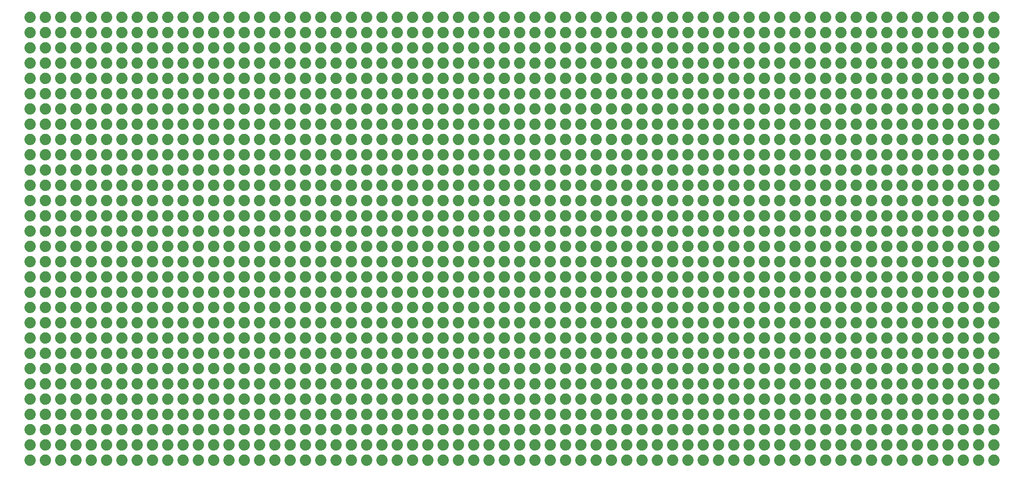
<source format=gbl>
G75*
%MOIN*%
%OFA0B0*%
%FSLAX25Y25*%
%IPPOS*%
%LPD*%
%AMOC8*
5,1,8,0,0,1.08239X$1,22.5*
%
%ADD10C,0.07400*%
D10*
X0020324Y0067430D03*
X0030324Y0067430D03*
X0040324Y0067430D03*
X0050324Y0067430D03*
X0060324Y0067430D03*
X0070324Y0067430D03*
X0080324Y0067430D03*
X0090324Y0067430D03*
X0100324Y0067430D03*
X0110324Y0067430D03*
X0120324Y0067430D03*
X0130324Y0067430D03*
X0140324Y0067430D03*
X0150324Y0067430D03*
X0160324Y0067430D03*
X0170324Y0067430D03*
X0180324Y0067430D03*
X0190324Y0067430D03*
X0200324Y0067430D03*
X0210324Y0067430D03*
X0220324Y0067430D03*
X0230324Y0067430D03*
X0240324Y0067430D03*
X0250324Y0067430D03*
X0260324Y0067430D03*
X0270324Y0067430D03*
X0280324Y0067430D03*
X0290324Y0067430D03*
X0300324Y0067430D03*
X0310324Y0067430D03*
X0320324Y0067430D03*
X0330324Y0067430D03*
X0340324Y0067430D03*
X0350324Y0067430D03*
X0360324Y0067430D03*
X0370324Y0067430D03*
X0380324Y0067430D03*
X0390324Y0067430D03*
X0400324Y0067430D03*
X0410324Y0067430D03*
X0420324Y0067430D03*
X0430324Y0067430D03*
X0440324Y0067430D03*
X0450324Y0067430D03*
X0460324Y0067430D03*
X0470324Y0067430D03*
X0480324Y0067430D03*
X0490324Y0067430D03*
X0500324Y0067430D03*
X0510324Y0067430D03*
X0520324Y0067430D03*
X0530324Y0067430D03*
X0540324Y0067430D03*
X0550324Y0067430D03*
X0560324Y0067430D03*
X0570324Y0067430D03*
X0580324Y0067430D03*
X0590324Y0067430D03*
X0600324Y0067430D03*
X0610324Y0067430D03*
X0620324Y0067430D03*
X0630324Y0067430D03*
X0640324Y0067430D03*
X0650324Y0067430D03*
X0650324Y0077430D03*
X0640324Y0077430D03*
X0630324Y0077430D03*
X0620324Y0077430D03*
X0610324Y0077430D03*
X0600324Y0077430D03*
X0590324Y0077430D03*
X0580324Y0077430D03*
X0570324Y0077430D03*
X0560324Y0077430D03*
X0550324Y0077430D03*
X0540324Y0077430D03*
X0530324Y0077430D03*
X0520324Y0077430D03*
X0510324Y0077430D03*
X0500324Y0077430D03*
X0490324Y0077430D03*
X0480324Y0077430D03*
X0470324Y0077430D03*
X0460324Y0077430D03*
X0450324Y0077430D03*
X0440324Y0077430D03*
X0430324Y0077430D03*
X0420324Y0077430D03*
X0410324Y0077430D03*
X0400324Y0077430D03*
X0390324Y0077430D03*
X0380324Y0077430D03*
X0370324Y0077430D03*
X0360324Y0077430D03*
X0350324Y0077430D03*
X0340324Y0077430D03*
X0330324Y0077430D03*
X0320324Y0077430D03*
X0310324Y0077430D03*
X0300324Y0077430D03*
X0290324Y0077430D03*
X0280324Y0077430D03*
X0270324Y0077430D03*
X0260324Y0077430D03*
X0250324Y0077430D03*
X0240324Y0077430D03*
X0230324Y0077430D03*
X0220324Y0077430D03*
X0210324Y0077430D03*
X0200324Y0077430D03*
X0190324Y0077430D03*
X0180324Y0077430D03*
X0170324Y0077430D03*
X0160324Y0077430D03*
X0150324Y0077430D03*
X0140324Y0077430D03*
X0130324Y0077430D03*
X0120324Y0077430D03*
X0110324Y0077430D03*
X0100324Y0077430D03*
X0090324Y0077430D03*
X0080324Y0077430D03*
X0070324Y0077430D03*
X0060324Y0077430D03*
X0050324Y0077430D03*
X0040324Y0077430D03*
X0030324Y0077430D03*
X0020324Y0077430D03*
X0020324Y0087430D03*
X0030324Y0087430D03*
X0030324Y0097430D03*
X0020324Y0097430D03*
X0020324Y0107430D03*
X0030324Y0107430D03*
X0030324Y0117430D03*
X0020324Y0117430D03*
X0020324Y0127430D03*
X0030324Y0127430D03*
X0040324Y0127430D03*
X0050324Y0127430D03*
X0050324Y0117430D03*
X0040324Y0117430D03*
X0040324Y0107430D03*
X0050324Y0107430D03*
X0060324Y0107430D03*
X0070324Y0107430D03*
X0080324Y0107430D03*
X0080324Y0117430D03*
X0070324Y0117430D03*
X0060324Y0117430D03*
X0060324Y0127430D03*
X0070324Y0127430D03*
X0080324Y0127430D03*
X0090324Y0127430D03*
X0100324Y0127430D03*
X0100324Y0117430D03*
X0090324Y0117430D03*
X0090324Y0107430D03*
X0100324Y0107430D03*
X0110324Y0107430D03*
X0120324Y0107430D03*
X0120324Y0117430D03*
X0110324Y0117430D03*
X0110324Y0127430D03*
X0120324Y0127430D03*
X0130324Y0127430D03*
X0140324Y0127430D03*
X0140324Y0117430D03*
X0130324Y0117430D03*
X0130324Y0107430D03*
X0140324Y0107430D03*
X0150324Y0107430D03*
X0160324Y0107430D03*
X0160324Y0117430D03*
X0150324Y0117430D03*
X0150324Y0127430D03*
X0160324Y0127430D03*
X0170324Y0127430D03*
X0180324Y0127430D03*
X0180324Y0117430D03*
X0170324Y0117430D03*
X0170324Y0107430D03*
X0180324Y0107430D03*
X0190324Y0107430D03*
X0200324Y0107430D03*
X0200324Y0117430D03*
X0190324Y0117430D03*
X0190324Y0127430D03*
X0200324Y0127430D03*
X0210324Y0127430D03*
X0220324Y0127430D03*
X0220324Y0117430D03*
X0210324Y0117430D03*
X0210324Y0107430D03*
X0220324Y0107430D03*
X0230324Y0107430D03*
X0240324Y0107430D03*
X0240324Y0117430D03*
X0230324Y0117430D03*
X0230324Y0127430D03*
X0240324Y0127430D03*
X0250324Y0127430D03*
X0260324Y0127430D03*
X0260324Y0117430D03*
X0250324Y0117430D03*
X0250324Y0107430D03*
X0260324Y0107430D03*
X0270324Y0107430D03*
X0280324Y0107430D03*
X0280324Y0117430D03*
X0270324Y0117430D03*
X0270324Y0127430D03*
X0280324Y0127430D03*
X0290324Y0127430D03*
X0300324Y0127430D03*
X0300324Y0117430D03*
X0290324Y0117430D03*
X0290324Y0107430D03*
X0300324Y0107430D03*
X0310324Y0107430D03*
X0320324Y0107430D03*
X0320324Y0117430D03*
X0310324Y0117430D03*
X0310324Y0127430D03*
X0320324Y0127430D03*
X0330324Y0127430D03*
X0340324Y0127430D03*
X0340324Y0117430D03*
X0330324Y0117430D03*
X0330324Y0107430D03*
X0340324Y0107430D03*
X0350324Y0107430D03*
X0360324Y0107430D03*
X0360324Y0117430D03*
X0350324Y0117430D03*
X0350324Y0127430D03*
X0360324Y0127430D03*
X0370324Y0127430D03*
X0380324Y0127430D03*
X0380324Y0117430D03*
X0370324Y0117430D03*
X0370324Y0107430D03*
X0380324Y0107430D03*
X0390324Y0107430D03*
X0400324Y0107430D03*
X0400324Y0117430D03*
X0390324Y0117430D03*
X0390324Y0127430D03*
X0400324Y0127430D03*
X0410324Y0127430D03*
X0420324Y0127430D03*
X0420324Y0117430D03*
X0410324Y0117430D03*
X0410324Y0107430D03*
X0420324Y0107430D03*
X0430324Y0107430D03*
X0440324Y0107430D03*
X0440324Y0117430D03*
X0430324Y0117430D03*
X0430324Y0127430D03*
X0440324Y0127430D03*
X0450324Y0127430D03*
X0460324Y0127430D03*
X0460324Y0117430D03*
X0450324Y0117430D03*
X0450324Y0107430D03*
X0460324Y0107430D03*
X0470324Y0107430D03*
X0480324Y0107430D03*
X0480324Y0117430D03*
X0470324Y0117430D03*
X0470324Y0127430D03*
X0480324Y0127430D03*
X0490324Y0127430D03*
X0500324Y0127430D03*
X0500324Y0117430D03*
X0490324Y0117430D03*
X0490324Y0107430D03*
X0500324Y0107430D03*
X0510324Y0107430D03*
X0520324Y0107430D03*
X0520324Y0117430D03*
X0510324Y0117430D03*
X0510324Y0127430D03*
X0520324Y0127430D03*
X0530324Y0127430D03*
X0540324Y0127430D03*
X0540324Y0117430D03*
X0530324Y0117430D03*
X0530324Y0107430D03*
X0540324Y0107430D03*
X0550324Y0107430D03*
X0560324Y0107430D03*
X0560324Y0117430D03*
X0550324Y0117430D03*
X0550324Y0127430D03*
X0560324Y0127430D03*
X0570324Y0127430D03*
X0580324Y0127430D03*
X0580324Y0117430D03*
X0570324Y0117430D03*
X0570324Y0107430D03*
X0580324Y0107430D03*
X0590324Y0107430D03*
X0600324Y0107430D03*
X0600324Y0117430D03*
X0590324Y0117430D03*
X0590324Y0127430D03*
X0600324Y0127430D03*
X0610324Y0127430D03*
X0620324Y0127430D03*
X0620324Y0117430D03*
X0610324Y0117430D03*
X0610324Y0107430D03*
X0620324Y0107430D03*
X0630324Y0107430D03*
X0640324Y0107430D03*
X0640324Y0117430D03*
X0630324Y0117430D03*
X0630324Y0127430D03*
X0640324Y0127430D03*
X0650324Y0127430D03*
X0650324Y0117430D03*
X0650324Y0107430D03*
X0650324Y0097430D03*
X0640324Y0097430D03*
X0630324Y0097430D03*
X0620324Y0097430D03*
X0610324Y0097430D03*
X0600324Y0097430D03*
X0590324Y0097430D03*
X0580324Y0097430D03*
X0570324Y0097430D03*
X0560324Y0097430D03*
X0550324Y0097430D03*
X0540324Y0097430D03*
X0530324Y0097430D03*
X0520324Y0097430D03*
X0510324Y0097430D03*
X0500324Y0097430D03*
X0490324Y0097430D03*
X0480324Y0097430D03*
X0470324Y0097430D03*
X0460324Y0097430D03*
X0450324Y0097430D03*
X0440324Y0097430D03*
X0430324Y0097430D03*
X0420324Y0097430D03*
X0410324Y0097430D03*
X0400324Y0097430D03*
X0390324Y0097430D03*
X0380324Y0097430D03*
X0370324Y0097430D03*
X0360324Y0097430D03*
X0350324Y0097430D03*
X0340324Y0097430D03*
X0330324Y0097430D03*
X0320324Y0097430D03*
X0310324Y0097430D03*
X0300324Y0097430D03*
X0290324Y0097430D03*
X0280324Y0097430D03*
X0270324Y0097430D03*
X0260324Y0097430D03*
X0250324Y0097430D03*
X0240324Y0097430D03*
X0230324Y0097430D03*
X0220324Y0097430D03*
X0210324Y0097430D03*
X0200324Y0097430D03*
X0190324Y0097430D03*
X0180324Y0097430D03*
X0170324Y0097430D03*
X0160324Y0097430D03*
X0150324Y0097430D03*
X0140324Y0097430D03*
X0130324Y0097430D03*
X0120324Y0097430D03*
X0110324Y0097430D03*
X0100324Y0097430D03*
X0090324Y0097430D03*
X0080324Y0097430D03*
X0070324Y0097430D03*
X0060324Y0097430D03*
X0050324Y0097430D03*
X0040324Y0097430D03*
X0040324Y0087430D03*
X0050324Y0087430D03*
X0060324Y0087430D03*
X0070324Y0087430D03*
X0080324Y0087430D03*
X0090324Y0087430D03*
X0100324Y0087430D03*
X0110324Y0087430D03*
X0120324Y0087430D03*
X0130324Y0087430D03*
X0140324Y0087430D03*
X0150324Y0087430D03*
X0160324Y0087430D03*
X0170324Y0087430D03*
X0180324Y0087430D03*
X0190324Y0087430D03*
X0200324Y0087430D03*
X0210324Y0087430D03*
X0220324Y0087430D03*
X0230324Y0087430D03*
X0240324Y0087430D03*
X0250324Y0087430D03*
X0260324Y0087430D03*
X0270324Y0087430D03*
X0280324Y0087430D03*
X0290324Y0087430D03*
X0300324Y0087430D03*
X0310324Y0087430D03*
X0320324Y0087430D03*
X0330324Y0087430D03*
X0340324Y0087430D03*
X0350324Y0087430D03*
X0360324Y0087430D03*
X0370324Y0087430D03*
X0380324Y0087430D03*
X0390324Y0087430D03*
X0400324Y0087430D03*
X0410324Y0087430D03*
X0420324Y0087430D03*
X0430324Y0087430D03*
X0440324Y0087430D03*
X0450324Y0087430D03*
X0460324Y0087430D03*
X0470324Y0087430D03*
X0480324Y0087430D03*
X0490324Y0087430D03*
X0500324Y0087430D03*
X0510324Y0087430D03*
X0520324Y0087430D03*
X0530324Y0087430D03*
X0540324Y0087430D03*
X0550324Y0087430D03*
X0560324Y0087430D03*
X0570324Y0087430D03*
X0580324Y0087430D03*
X0590324Y0087430D03*
X0600324Y0087430D03*
X0610324Y0087430D03*
X0620324Y0087430D03*
X0630324Y0087430D03*
X0640324Y0087430D03*
X0650324Y0087430D03*
X0650324Y0137430D03*
X0640324Y0137430D03*
X0630324Y0137430D03*
X0620324Y0137430D03*
X0610324Y0137430D03*
X0600324Y0137430D03*
X0590324Y0137430D03*
X0580324Y0137430D03*
X0570324Y0137430D03*
X0560324Y0137430D03*
X0550324Y0137430D03*
X0540324Y0137430D03*
X0530324Y0137430D03*
X0520324Y0137430D03*
X0510324Y0137430D03*
X0500324Y0137430D03*
X0490324Y0137430D03*
X0480324Y0137430D03*
X0470324Y0137430D03*
X0460324Y0137430D03*
X0450324Y0137430D03*
X0440324Y0137430D03*
X0430324Y0137430D03*
X0420324Y0137430D03*
X0410324Y0137430D03*
X0400324Y0137430D03*
X0390324Y0137430D03*
X0380324Y0137430D03*
X0370324Y0137430D03*
X0360324Y0137430D03*
X0350324Y0137430D03*
X0340324Y0137430D03*
X0330324Y0137430D03*
X0320324Y0137430D03*
X0310324Y0137430D03*
X0300324Y0137430D03*
X0290324Y0137430D03*
X0280324Y0137430D03*
X0270324Y0137430D03*
X0260324Y0137430D03*
X0250324Y0137430D03*
X0240324Y0137430D03*
X0230324Y0137430D03*
X0220324Y0137430D03*
X0210324Y0137430D03*
X0200324Y0137430D03*
X0190324Y0137430D03*
X0180324Y0137430D03*
X0170324Y0137430D03*
X0160324Y0137430D03*
X0150324Y0137430D03*
X0140324Y0137430D03*
X0130324Y0137430D03*
X0120324Y0137430D03*
X0110324Y0137430D03*
X0100324Y0137430D03*
X0090324Y0137430D03*
X0080324Y0137430D03*
X0070324Y0137430D03*
X0060324Y0137430D03*
X0050324Y0137430D03*
X0040324Y0137430D03*
X0030324Y0137430D03*
X0020324Y0137430D03*
X0020324Y0147430D03*
X0030324Y0147430D03*
X0040324Y0147430D03*
X0050324Y0147430D03*
X0060324Y0147430D03*
X0070324Y0147430D03*
X0080324Y0147430D03*
X0090324Y0147430D03*
X0100324Y0147430D03*
X0110324Y0147430D03*
X0120324Y0147430D03*
X0130324Y0147430D03*
X0140324Y0147430D03*
X0150324Y0147430D03*
X0160324Y0147430D03*
X0170324Y0147430D03*
X0180324Y0147430D03*
X0190324Y0147430D03*
X0200324Y0147430D03*
X0210324Y0147430D03*
X0220324Y0147430D03*
X0230324Y0147430D03*
X0240324Y0147430D03*
X0250324Y0147430D03*
X0260324Y0147430D03*
X0270324Y0147430D03*
X0280324Y0147430D03*
X0290324Y0147430D03*
X0300324Y0147430D03*
X0310324Y0147430D03*
X0320324Y0147430D03*
X0330324Y0147430D03*
X0340324Y0147430D03*
X0350324Y0147430D03*
X0360324Y0147430D03*
X0370324Y0147430D03*
X0380324Y0147430D03*
X0390324Y0147430D03*
X0400324Y0147430D03*
X0410324Y0147430D03*
X0420324Y0147430D03*
X0430324Y0147430D03*
X0440324Y0147430D03*
X0450324Y0147430D03*
X0460324Y0147430D03*
X0470324Y0147430D03*
X0480324Y0147430D03*
X0490324Y0147430D03*
X0500324Y0147430D03*
X0510324Y0147430D03*
X0520324Y0147430D03*
X0530324Y0147430D03*
X0540324Y0147430D03*
X0550324Y0147430D03*
X0560324Y0147430D03*
X0570324Y0147430D03*
X0580324Y0147430D03*
X0590324Y0147430D03*
X0600324Y0147430D03*
X0610324Y0147430D03*
X0620324Y0147430D03*
X0630324Y0147430D03*
X0640324Y0147430D03*
X0650324Y0147430D03*
X0650324Y0157430D03*
X0640324Y0157430D03*
X0630324Y0157430D03*
X0620324Y0157430D03*
X0610324Y0157430D03*
X0600324Y0157430D03*
X0590324Y0157430D03*
X0580324Y0157430D03*
X0570324Y0157430D03*
X0560324Y0157430D03*
X0550324Y0157430D03*
X0540324Y0157430D03*
X0530324Y0157430D03*
X0520324Y0157430D03*
X0510324Y0157430D03*
X0500324Y0157430D03*
X0490324Y0157430D03*
X0480324Y0157430D03*
X0470324Y0157430D03*
X0460324Y0157430D03*
X0450324Y0157430D03*
X0440324Y0157430D03*
X0430324Y0157430D03*
X0420324Y0157430D03*
X0410324Y0157430D03*
X0400324Y0157430D03*
X0390324Y0157430D03*
X0380324Y0157430D03*
X0370324Y0157430D03*
X0360324Y0157430D03*
X0350324Y0157430D03*
X0340324Y0157430D03*
X0330324Y0157430D03*
X0320324Y0157430D03*
X0310324Y0157430D03*
X0300324Y0157430D03*
X0290324Y0157430D03*
X0280324Y0157430D03*
X0270324Y0157430D03*
X0260324Y0157430D03*
X0250324Y0157430D03*
X0240324Y0157430D03*
X0230324Y0157430D03*
X0220324Y0157430D03*
X0210324Y0157430D03*
X0200324Y0157430D03*
X0190324Y0157430D03*
X0180324Y0157430D03*
X0170324Y0157430D03*
X0160324Y0157430D03*
X0150324Y0157430D03*
X0140324Y0157430D03*
X0130324Y0157430D03*
X0120324Y0157430D03*
X0110324Y0157430D03*
X0100324Y0157430D03*
X0090324Y0157430D03*
X0080324Y0157430D03*
X0070324Y0157430D03*
X0060324Y0157430D03*
X0050324Y0157430D03*
X0040324Y0157430D03*
X0030324Y0157430D03*
X0020324Y0157430D03*
X0020324Y0167430D03*
X0030324Y0167430D03*
X0030324Y0177430D03*
X0020324Y0177430D03*
X0020324Y0187430D03*
X0030324Y0187430D03*
X0030324Y0197430D03*
X0020324Y0197430D03*
X0020324Y0207430D03*
X0030324Y0207430D03*
X0040324Y0207430D03*
X0050324Y0207430D03*
X0050324Y0197430D03*
X0040324Y0197430D03*
X0040324Y0187430D03*
X0050324Y0187430D03*
X0060324Y0187430D03*
X0070324Y0187430D03*
X0080324Y0187430D03*
X0080324Y0197430D03*
X0070324Y0197430D03*
X0060324Y0197430D03*
X0060324Y0207430D03*
X0070324Y0207430D03*
X0080324Y0207430D03*
X0090324Y0207430D03*
X0100324Y0207430D03*
X0100324Y0197430D03*
X0090324Y0197430D03*
X0090324Y0187430D03*
X0100324Y0187430D03*
X0110324Y0187430D03*
X0120324Y0187430D03*
X0120324Y0197430D03*
X0110324Y0197430D03*
X0110324Y0207430D03*
X0120324Y0207430D03*
X0130324Y0207430D03*
X0140324Y0207430D03*
X0140324Y0197430D03*
X0130324Y0197430D03*
X0130324Y0187430D03*
X0140324Y0187430D03*
X0150324Y0187430D03*
X0160324Y0187430D03*
X0160324Y0197430D03*
X0150324Y0197430D03*
X0150324Y0207430D03*
X0160324Y0207430D03*
X0170324Y0207430D03*
X0180324Y0207430D03*
X0180324Y0197430D03*
X0170324Y0197430D03*
X0170324Y0187430D03*
X0180324Y0187430D03*
X0190324Y0187430D03*
X0200324Y0187430D03*
X0200324Y0197430D03*
X0190324Y0197430D03*
X0190324Y0207430D03*
X0200324Y0207430D03*
X0210324Y0207430D03*
X0220324Y0207430D03*
X0220324Y0197430D03*
X0210324Y0197430D03*
X0210324Y0187430D03*
X0220324Y0187430D03*
X0230324Y0187430D03*
X0240324Y0187430D03*
X0240324Y0197430D03*
X0230324Y0197430D03*
X0230324Y0207430D03*
X0240324Y0207430D03*
X0250324Y0207430D03*
X0260324Y0207430D03*
X0260324Y0197430D03*
X0250324Y0197430D03*
X0250324Y0187430D03*
X0260324Y0187430D03*
X0270324Y0187430D03*
X0280324Y0187430D03*
X0280324Y0197430D03*
X0270324Y0197430D03*
X0270324Y0207430D03*
X0280324Y0207430D03*
X0290324Y0207430D03*
X0300324Y0207430D03*
X0300324Y0197430D03*
X0290324Y0197430D03*
X0290324Y0187430D03*
X0300324Y0187430D03*
X0310324Y0187430D03*
X0320324Y0187430D03*
X0320324Y0197430D03*
X0310324Y0197430D03*
X0310324Y0207430D03*
X0320324Y0207430D03*
X0330324Y0207430D03*
X0340324Y0207430D03*
X0340324Y0197430D03*
X0330324Y0197430D03*
X0330324Y0187430D03*
X0340324Y0187430D03*
X0350324Y0187430D03*
X0360324Y0187430D03*
X0360324Y0197430D03*
X0350324Y0197430D03*
X0350324Y0207430D03*
X0360324Y0207430D03*
X0370324Y0207430D03*
X0380324Y0207430D03*
X0380324Y0197430D03*
X0370324Y0197430D03*
X0370324Y0187430D03*
X0380324Y0187430D03*
X0390324Y0187430D03*
X0400324Y0187430D03*
X0400324Y0197430D03*
X0390324Y0197430D03*
X0390324Y0207430D03*
X0400324Y0207430D03*
X0410324Y0207430D03*
X0420324Y0207430D03*
X0420324Y0197430D03*
X0410324Y0197430D03*
X0410324Y0187430D03*
X0420324Y0187430D03*
X0430324Y0187430D03*
X0440324Y0187430D03*
X0440324Y0197430D03*
X0430324Y0197430D03*
X0430324Y0207430D03*
X0440324Y0207430D03*
X0450324Y0207430D03*
X0460324Y0207430D03*
X0460324Y0197430D03*
X0450324Y0197430D03*
X0450324Y0187430D03*
X0460324Y0187430D03*
X0470324Y0187430D03*
X0480324Y0187430D03*
X0480324Y0197430D03*
X0470324Y0197430D03*
X0470324Y0207430D03*
X0480324Y0207430D03*
X0490324Y0207430D03*
X0500324Y0207430D03*
X0500324Y0197430D03*
X0490324Y0197430D03*
X0490324Y0187430D03*
X0500324Y0187430D03*
X0510324Y0187430D03*
X0520324Y0187430D03*
X0520324Y0197430D03*
X0510324Y0197430D03*
X0510324Y0207430D03*
X0520324Y0207430D03*
X0530324Y0207430D03*
X0540324Y0207430D03*
X0540324Y0197430D03*
X0530324Y0197430D03*
X0530324Y0187430D03*
X0540324Y0187430D03*
X0550324Y0187430D03*
X0560324Y0187430D03*
X0560324Y0197430D03*
X0550324Y0197430D03*
X0550324Y0207430D03*
X0560324Y0207430D03*
X0570324Y0207430D03*
X0580324Y0207430D03*
X0580324Y0197430D03*
X0570324Y0197430D03*
X0570324Y0187430D03*
X0580324Y0187430D03*
X0590324Y0187430D03*
X0600324Y0187430D03*
X0600324Y0197430D03*
X0590324Y0197430D03*
X0590324Y0207430D03*
X0600324Y0207430D03*
X0610324Y0207430D03*
X0620324Y0207430D03*
X0620324Y0197430D03*
X0610324Y0197430D03*
X0610324Y0187430D03*
X0620324Y0187430D03*
X0630324Y0187430D03*
X0640324Y0187430D03*
X0640324Y0197430D03*
X0630324Y0197430D03*
X0630324Y0207430D03*
X0640324Y0207430D03*
X0650324Y0207430D03*
X0650324Y0197430D03*
X0650324Y0187430D03*
X0650324Y0177430D03*
X0640324Y0177430D03*
X0630324Y0177430D03*
X0620324Y0177430D03*
X0610324Y0177430D03*
X0600324Y0177430D03*
X0590324Y0177430D03*
X0580324Y0177430D03*
X0570324Y0177430D03*
X0560324Y0177430D03*
X0550324Y0177430D03*
X0540324Y0177430D03*
X0530324Y0177430D03*
X0520324Y0177430D03*
X0510324Y0177430D03*
X0500324Y0177430D03*
X0490324Y0177430D03*
X0480324Y0177430D03*
X0470324Y0177430D03*
X0460324Y0177430D03*
X0450324Y0177430D03*
X0440324Y0177430D03*
X0430324Y0177430D03*
X0420324Y0177430D03*
X0410324Y0177430D03*
X0400324Y0177430D03*
X0390324Y0177430D03*
X0380324Y0177430D03*
X0370324Y0177430D03*
X0360324Y0177430D03*
X0350324Y0177430D03*
X0340324Y0177430D03*
X0330324Y0177430D03*
X0320324Y0177430D03*
X0310324Y0177430D03*
X0300324Y0177430D03*
X0290324Y0177430D03*
X0280324Y0177430D03*
X0270324Y0177430D03*
X0260324Y0177430D03*
X0250324Y0177430D03*
X0240324Y0177430D03*
X0230324Y0177430D03*
X0220324Y0177430D03*
X0210324Y0177430D03*
X0200324Y0177430D03*
X0190324Y0177430D03*
X0180324Y0177430D03*
X0170324Y0177430D03*
X0160324Y0177430D03*
X0150324Y0177430D03*
X0140324Y0177430D03*
X0130324Y0177430D03*
X0120324Y0177430D03*
X0110324Y0177430D03*
X0100324Y0177430D03*
X0090324Y0177430D03*
X0080324Y0177430D03*
X0070324Y0177430D03*
X0060324Y0177430D03*
X0050324Y0177430D03*
X0040324Y0177430D03*
X0040324Y0167430D03*
X0050324Y0167430D03*
X0060324Y0167430D03*
X0070324Y0167430D03*
X0080324Y0167430D03*
X0090324Y0167430D03*
X0100324Y0167430D03*
X0110324Y0167430D03*
X0120324Y0167430D03*
X0130324Y0167430D03*
X0140324Y0167430D03*
X0150324Y0167430D03*
X0160324Y0167430D03*
X0170324Y0167430D03*
X0180324Y0167430D03*
X0190324Y0167430D03*
X0200324Y0167430D03*
X0210324Y0167430D03*
X0220324Y0167430D03*
X0230324Y0167430D03*
X0240324Y0167430D03*
X0250324Y0167430D03*
X0260324Y0167430D03*
X0270324Y0167430D03*
X0280324Y0167430D03*
X0290324Y0167430D03*
X0300324Y0167430D03*
X0310324Y0167430D03*
X0320324Y0167430D03*
X0330324Y0167430D03*
X0340324Y0167430D03*
X0350324Y0167430D03*
X0360324Y0167430D03*
X0370324Y0167430D03*
X0380324Y0167430D03*
X0390324Y0167430D03*
X0400324Y0167430D03*
X0410324Y0167430D03*
X0420324Y0167430D03*
X0430324Y0167430D03*
X0440324Y0167430D03*
X0450324Y0167430D03*
X0460324Y0167430D03*
X0470324Y0167430D03*
X0480324Y0167430D03*
X0490324Y0167430D03*
X0500324Y0167430D03*
X0510324Y0167430D03*
X0520324Y0167430D03*
X0530324Y0167430D03*
X0540324Y0167430D03*
X0550324Y0167430D03*
X0560324Y0167430D03*
X0570324Y0167430D03*
X0580324Y0167430D03*
X0590324Y0167430D03*
X0600324Y0167430D03*
X0610324Y0167430D03*
X0620324Y0167430D03*
X0630324Y0167430D03*
X0640324Y0167430D03*
X0650324Y0167430D03*
X0650324Y0217430D03*
X0640324Y0217430D03*
X0630324Y0217430D03*
X0620324Y0217430D03*
X0610324Y0217430D03*
X0600324Y0217430D03*
X0590324Y0217430D03*
X0580324Y0217430D03*
X0570324Y0217430D03*
X0560324Y0217430D03*
X0550324Y0217430D03*
X0540324Y0217430D03*
X0530324Y0217430D03*
X0520324Y0217430D03*
X0510324Y0217430D03*
X0500324Y0217430D03*
X0490324Y0217430D03*
X0480324Y0217430D03*
X0470324Y0217430D03*
X0460324Y0217430D03*
X0450324Y0217430D03*
X0440324Y0217430D03*
X0430324Y0217430D03*
X0420324Y0217430D03*
X0410324Y0217430D03*
X0400324Y0217430D03*
X0390324Y0217430D03*
X0380324Y0217430D03*
X0370324Y0217430D03*
X0360324Y0217430D03*
X0350324Y0217430D03*
X0340324Y0217430D03*
X0330324Y0217430D03*
X0320324Y0217430D03*
X0310324Y0217430D03*
X0300324Y0217430D03*
X0290324Y0217430D03*
X0280324Y0217430D03*
X0270324Y0217430D03*
X0260324Y0217430D03*
X0250324Y0217430D03*
X0240324Y0217430D03*
X0230324Y0217430D03*
X0220324Y0217430D03*
X0210324Y0217430D03*
X0200324Y0217430D03*
X0190324Y0217430D03*
X0180324Y0217430D03*
X0170324Y0217430D03*
X0160324Y0217430D03*
X0150324Y0217430D03*
X0140324Y0217430D03*
X0130324Y0217430D03*
X0120324Y0217430D03*
X0110324Y0217430D03*
X0100324Y0217430D03*
X0090324Y0217430D03*
X0080324Y0217430D03*
X0070324Y0217430D03*
X0060324Y0217430D03*
X0050324Y0217430D03*
X0040324Y0217430D03*
X0030324Y0217430D03*
X0020324Y0217430D03*
X0020324Y0227430D03*
X0030324Y0227430D03*
X0030324Y0237430D03*
X0020324Y0237430D03*
X0020324Y0247430D03*
X0030324Y0247430D03*
X0030324Y0257430D03*
X0020324Y0257430D03*
X0020324Y0267430D03*
X0030324Y0267430D03*
X0040324Y0267430D03*
X0050324Y0267430D03*
X0050324Y0257430D03*
X0040324Y0257430D03*
X0040324Y0247430D03*
X0050324Y0247430D03*
X0060324Y0247430D03*
X0070324Y0247430D03*
X0080324Y0247430D03*
X0080324Y0257430D03*
X0070324Y0257430D03*
X0060324Y0257430D03*
X0060324Y0267430D03*
X0070324Y0267430D03*
X0080324Y0267430D03*
X0090324Y0267430D03*
X0100324Y0267430D03*
X0100324Y0257430D03*
X0090324Y0257430D03*
X0090324Y0247430D03*
X0100324Y0247430D03*
X0110324Y0247430D03*
X0120324Y0247430D03*
X0120324Y0257430D03*
X0110324Y0257430D03*
X0110324Y0267430D03*
X0120324Y0267430D03*
X0130324Y0267430D03*
X0140324Y0267430D03*
X0140324Y0257430D03*
X0130324Y0257430D03*
X0130324Y0247430D03*
X0140324Y0247430D03*
X0150324Y0247430D03*
X0160324Y0247430D03*
X0160324Y0257430D03*
X0150324Y0257430D03*
X0150324Y0267430D03*
X0160324Y0267430D03*
X0170324Y0267430D03*
X0180324Y0267430D03*
X0180324Y0257430D03*
X0170324Y0257430D03*
X0170324Y0247430D03*
X0180324Y0247430D03*
X0190324Y0247430D03*
X0200324Y0247430D03*
X0200324Y0257430D03*
X0190324Y0257430D03*
X0190324Y0267430D03*
X0200324Y0267430D03*
X0210324Y0267430D03*
X0220324Y0267430D03*
X0220324Y0257430D03*
X0210324Y0257430D03*
X0210324Y0247430D03*
X0220324Y0247430D03*
X0230324Y0247430D03*
X0240324Y0247430D03*
X0240324Y0257430D03*
X0230324Y0257430D03*
X0230324Y0267430D03*
X0240324Y0267430D03*
X0250324Y0267430D03*
X0260324Y0267430D03*
X0260324Y0257430D03*
X0250324Y0257430D03*
X0250324Y0247430D03*
X0260324Y0247430D03*
X0270324Y0247430D03*
X0280324Y0247430D03*
X0280324Y0257430D03*
X0270324Y0257430D03*
X0270324Y0267430D03*
X0280324Y0267430D03*
X0290324Y0267430D03*
X0300324Y0267430D03*
X0300324Y0257430D03*
X0290324Y0257430D03*
X0290324Y0247430D03*
X0300324Y0247430D03*
X0310324Y0247430D03*
X0320324Y0247430D03*
X0320324Y0257430D03*
X0310324Y0257430D03*
X0310324Y0267430D03*
X0320324Y0267430D03*
X0330324Y0267430D03*
X0340324Y0267430D03*
X0340324Y0257430D03*
X0330324Y0257430D03*
X0330324Y0247430D03*
X0340324Y0247430D03*
X0350324Y0247430D03*
X0360324Y0247430D03*
X0360324Y0257430D03*
X0350324Y0257430D03*
X0350324Y0267430D03*
X0360324Y0267430D03*
X0370324Y0267430D03*
X0380324Y0267430D03*
X0380324Y0257430D03*
X0370324Y0257430D03*
X0370324Y0247430D03*
X0380324Y0247430D03*
X0390324Y0247430D03*
X0400324Y0247430D03*
X0400324Y0257430D03*
X0390324Y0257430D03*
X0390324Y0267430D03*
X0400324Y0267430D03*
X0410324Y0267430D03*
X0420324Y0267430D03*
X0420324Y0257430D03*
X0410324Y0257430D03*
X0410324Y0247430D03*
X0420324Y0247430D03*
X0430324Y0247430D03*
X0440324Y0247430D03*
X0440324Y0257430D03*
X0430324Y0257430D03*
X0430324Y0267430D03*
X0440324Y0267430D03*
X0450324Y0267430D03*
X0460324Y0267430D03*
X0460324Y0257430D03*
X0450324Y0257430D03*
X0450324Y0247430D03*
X0460324Y0247430D03*
X0470324Y0247430D03*
X0480324Y0247430D03*
X0480324Y0257430D03*
X0470324Y0257430D03*
X0470324Y0267430D03*
X0480324Y0267430D03*
X0490324Y0267430D03*
X0500324Y0267430D03*
X0500324Y0257430D03*
X0490324Y0257430D03*
X0490324Y0247430D03*
X0500324Y0247430D03*
X0510324Y0247430D03*
X0520324Y0247430D03*
X0520324Y0257430D03*
X0510324Y0257430D03*
X0510324Y0267430D03*
X0520324Y0267430D03*
X0530324Y0267430D03*
X0540324Y0267430D03*
X0540324Y0257430D03*
X0530324Y0257430D03*
X0530324Y0247430D03*
X0540324Y0247430D03*
X0550324Y0247430D03*
X0560324Y0247430D03*
X0560324Y0257430D03*
X0550324Y0257430D03*
X0550324Y0267430D03*
X0560324Y0267430D03*
X0570324Y0267430D03*
X0580324Y0267430D03*
X0580324Y0257430D03*
X0570324Y0257430D03*
X0570324Y0247430D03*
X0580324Y0247430D03*
X0590324Y0247430D03*
X0600324Y0247430D03*
X0600324Y0257430D03*
X0590324Y0257430D03*
X0590324Y0267430D03*
X0600324Y0267430D03*
X0610324Y0267430D03*
X0620324Y0267430D03*
X0620324Y0257430D03*
X0610324Y0257430D03*
X0610324Y0247430D03*
X0620324Y0247430D03*
X0630324Y0247430D03*
X0640324Y0247430D03*
X0640324Y0257430D03*
X0630324Y0257430D03*
X0630324Y0267430D03*
X0640324Y0267430D03*
X0650324Y0267430D03*
X0650324Y0257430D03*
X0650324Y0247430D03*
X0650324Y0237430D03*
X0640324Y0237430D03*
X0630324Y0237430D03*
X0620324Y0237430D03*
X0610324Y0237430D03*
X0600324Y0237430D03*
X0590324Y0237430D03*
X0580324Y0237430D03*
X0570324Y0237430D03*
X0560324Y0237430D03*
X0550324Y0237430D03*
X0540324Y0237430D03*
X0530324Y0237430D03*
X0520324Y0237430D03*
X0510324Y0237430D03*
X0500324Y0237430D03*
X0490324Y0237430D03*
X0480324Y0237430D03*
X0470324Y0237430D03*
X0460324Y0237430D03*
X0450324Y0237430D03*
X0440324Y0237430D03*
X0430324Y0237430D03*
X0420324Y0237430D03*
X0410324Y0237430D03*
X0400324Y0237430D03*
X0390324Y0237430D03*
X0380324Y0237430D03*
X0370324Y0237430D03*
X0360324Y0237430D03*
X0350324Y0237430D03*
X0340324Y0237430D03*
X0330324Y0237430D03*
X0320324Y0237430D03*
X0310324Y0237430D03*
X0300324Y0237430D03*
X0290324Y0237430D03*
X0280324Y0237430D03*
X0270324Y0237430D03*
X0260324Y0237430D03*
X0250324Y0237430D03*
X0240324Y0237430D03*
X0230324Y0237430D03*
X0220324Y0237430D03*
X0210324Y0237430D03*
X0200324Y0237430D03*
X0190324Y0237430D03*
X0180324Y0237430D03*
X0170324Y0237430D03*
X0160324Y0237430D03*
X0150324Y0237430D03*
X0140324Y0237430D03*
X0130324Y0237430D03*
X0120324Y0237430D03*
X0110324Y0237430D03*
X0100324Y0237430D03*
X0090324Y0237430D03*
X0080324Y0237430D03*
X0070324Y0237430D03*
X0060324Y0237430D03*
X0050324Y0237430D03*
X0040324Y0237430D03*
X0040324Y0227430D03*
X0050324Y0227430D03*
X0060324Y0227430D03*
X0070324Y0227430D03*
X0080324Y0227430D03*
X0090324Y0227430D03*
X0100324Y0227430D03*
X0110324Y0227430D03*
X0120324Y0227430D03*
X0130324Y0227430D03*
X0140324Y0227430D03*
X0150324Y0227430D03*
X0160324Y0227430D03*
X0170324Y0227430D03*
X0180324Y0227430D03*
X0190324Y0227430D03*
X0200324Y0227430D03*
X0210324Y0227430D03*
X0220324Y0227430D03*
X0230324Y0227430D03*
X0240324Y0227430D03*
X0250324Y0227430D03*
X0260324Y0227430D03*
X0270324Y0227430D03*
X0280324Y0227430D03*
X0290324Y0227430D03*
X0300324Y0227430D03*
X0310324Y0227430D03*
X0320324Y0227430D03*
X0330324Y0227430D03*
X0340324Y0227430D03*
X0350324Y0227430D03*
X0360324Y0227430D03*
X0370324Y0227430D03*
X0380324Y0227430D03*
X0390324Y0227430D03*
X0400324Y0227430D03*
X0410324Y0227430D03*
X0420324Y0227430D03*
X0430324Y0227430D03*
X0440324Y0227430D03*
X0450324Y0227430D03*
X0460324Y0227430D03*
X0470324Y0227430D03*
X0480324Y0227430D03*
X0490324Y0227430D03*
X0500324Y0227430D03*
X0510324Y0227430D03*
X0520324Y0227430D03*
X0530324Y0227430D03*
X0540324Y0227430D03*
X0550324Y0227430D03*
X0560324Y0227430D03*
X0570324Y0227430D03*
X0580324Y0227430D03*
X0590324Y0227430D03*
X0600324Y0227430D03*
X0610324Y0227430D03*
X0620324Y0227430D03*
X0630324Y0227430D03*
X0640324Y0227430D03*
X0650324Y0227430D03*
X0650324Y0277430D03*
X0640324Y0277430D03*
X0630324Y0277430D03*
X0620324Y0277430D03*
X0610324Y0277430D03*
X0600324Y0277430D03*
X0590324Y0277430D03*
X0580324Y0277430D03*
X0570324Y0277430D03*
X0560324Y0277430D03*
X0550324Y0277430D03*
X0540324Y0277430D03*
X0530324Y0277430D03*
X0520324Y0277430D03*
X0510324Y0277430D03*
X0500324Y0277430D03*
X0490324Y0277430D03*
X0480324Y0277430D03*
X0470324Y0277430D03*
X0460324Y0277430D03*
X0450324Y0277430D03*
X0440324Y0277430D03*
X0430324Y0277430D03*
X0420324Y0277430D03*
X0410324Y0277430D03*
X0400324Y0277430D03*
X0390324Y0277430D03*
X0380324Y0277430D03*
X0370324Y0277430D03*
X0360324Y0277430D03*
X0350324Y0277430D03*
X0340324Y0277430D03*
X0330324Y0277430D03*
X0320324Y0277430D03*
X0310324Y0277430D03*
X0300324Y0277430D03*
X0290324Y0277430D03*
X0280324Y0277430D03*
X0270324Y0277430D03*
X0260324Y0277430D03*
X0250324Y0277430D03*
X0240324Y0277430D03*
X0230324Y0277430D03*
X0220324Y0277430D03*
X0210324Y0277430D03*
X0200324Y0277430D03*
X0190324Y0277430D03*
X0180324Y0277430D03*
X0170324Y0277430D03*
X0160324Y0277430D03*
X0150324Y0277430D03*
X0140324Y0277430D03*
X0130324Y0277430D03*
X0120324Y0277430D03*
X0110324Y0277430D03*
X0100324Y0277430D03*
X0090324Y0277430D03*
X0080324Y0277430D03*
X0070324Y0277430D03*
X0060324Y0277430D03*
X0050324Y0277430D03*
X0040324Y0277430D03*
X0030324Y0277430D03*
X0020324Y0277430D03*
X0020324Y0287430D03*
X0030324Y0287430D03*
X0040324Y0287430D03*
X0050324Y0287430D03*
X0060324Y0287430D03*
X0070324Y0287430D03*
X0080324Y0287430D03*
X0090324Y0287430D03*
X0100324Y0287430D03*
X0110324Y0287430D03*
X0120324Y0287430D03*
X0130324Y0287430D03*
X0140324Y0287430D03*
X0150324Y0287430D03*
X0160324Y0287430D03*
X0170324Y0287430D03*
X0180324Y0287430D03*
X0190324Y0287430D03*
X0200324Y0287430D03*
X0210324Y0287430D03*
X0220324Y0287430D03*
X0230324Y0287430D03*
X0240324Y0287430D03*
X0250324Y0287430D03*
X0260324Y0287430D03*
X0270324Y0287430D03*
X0280324Y0287430D03*
X0290324Y0287430D03*
X0300324Y0287430D03*
X0310324Y0287430D03*
X0320324Y0287430D03*
X0330324Y0287430D03*
X0340324Y0287430D03*
X0350324Y0287430D03*
X0360324Y0287430D03*
X0370324Y0287430D03*
X0380324Y0287430D03*
X0390324Y0287430D03*
X0400324Y0287430D03*
X0410324Y0287430D03*
X0420324Y0287430D03*
X0430324Y0287430D03*
X0440324Y0287430D03*
X0450324Y0287430D03*
X0460324Y0287430D03*
X0470324Y0287430D03*
X0480324Y0287430D03*
X0490324Y0287430D03*
X0500324Y0287430D03*
X0510324Y0287430D03*
X0520324Y0287430D03*
X0530324Y0287430D03*
X0540324Y0287430D03*
X0550324Y0287430D03*
X0560324Y0287430D03*
X0570324Y0287430D03*
X0580324Y0287430D03*
X0590324Y0287430D03*
X0600324Y0287430D03*
X0610324Y0287430D03*
X0620324Y0287430D03*
X0630324Y0287430D03*
X0640324Y0287430D03*
X0650324Y0287430D03*
X0650324Y0297430D03*
X0640324Y0297430D03*
X0630324Y0297430D03*
X0620324Y0297430D03*
X0610324Y0297430D03*
X0600324Y0297430D03*
X0590324Y0297430D03*
X0580324Y0297430D03*
X0570324Y0297430D03*
X0560324Y0297430D03*
X0550324Y0297430D03*
X0540324Y0297430D03*
X0530324Y0297430D03*
X0520324Y0297430D03*
X0510324Y0297430D03*
X0500324Y0297430D03*
X0490324Y0297430D03*
X0480324Y0297430D03*
X0470324Y0297430D03*
X0460324Y0297430D03*
X0450324Y0297430D03*
X0440324Y0297430D03*
X0430324Y0297430D03*
X0420324Y0297430D03*
X0410324Y0297430D03*
X0400324Y0297430D03*
X0390324Y0297430D03*
X0380324Y0297430D03*
X0370324Y0297430D03*
X0360324Y0297430D03*
X0350324Y0297430D03*
X0340324Y0297430D03*
X0330324Y0297430D03*
X0320324Y0297430D03*
X0310324Y0297430D03*
X0300324Y0297430D03*
X0290324Y0297430D03*
X0280324Y0297430D03*
X0270324Y0297430D03*
X0260324Y0297430D03*
X0250324Y0297430D03*
X0240324Y0297430D03*
X0230324Y0297430D03*
X0220324Y0297430D03*
X0210324Y0297430D03*
X0200324Y0297430D03*
X0190324Y0297430D03*
X0180324Y0297430D03*
X0170324Y0297430D03*
X0160324Y0297430D03*
X0150324Y0297430D03*
X0140324Y0297430D03*
X0130324Y0297430D03*
X0120324Y0297430D03*
X0110324Y0297430D03*
X0100324Y0297430D03*
X0090324Y0297430D03*
X0080324Y0297430D03*
X0070324Y0297430D03*
X0060324Y0297430D03*
X0050324Y0297430D03*
X0040324Y0297430D03*
X0030324Y0297430D03*
X0020324Y0297430D03*
X0020324Y0307430D03*
X0030324Y0307430D03*
X0030324Y0317430D03*
X0020324Y0317430D03*
X0020324Y0327430D03*
X0030324Y0327430D03*
X0030324Y0337430D03*
X0020324Y0337430D03*
X0020324Y0347430D03*
X0030324Y0347430D03*
X0040324Y0347430D03*
X0050324Y0347430D03*
X0050324Y0337430D03*
X0040324Y0337430D03*
X0040324Y0327430D03*
X0050324Y0327430D03*
X0060324Y0327430D03*
X0070324Y0327430D03*
X0080324Y0327430D03*
X0080324Y0337430D03*
X0070324Y0337430D03*
X0060324Y0337430D03*
X0060324Y0347430D03*
X0070324Y0347430D03*
X0080324Y0347430D03*
X0090324Y0347430D03*
X0100324Y0347430D03*
X0100324Y0337430D03*
X0090324Y0337430D03*
X0090324Y0327430D03*
X0100324Y0327430D03*
X0110324Y0327430D03*
X0120324Y0327430D03*
X0120324Y0337430D03*
X0110324Y0337430D03*
X0110324Y0347430D03*
X0120324Y0347430D03*
X0130324Y0347430D03*
X0140324Y0347430D03*
X0140324Y0337430D03*
X0130324Y0337430D03*
X0130324Y0327430D03*
X0140324Y0327430D03*
X0150324Y0327430D03*
X0160324Y0327430D03*
X0160324Y0337430D03*
X0150324Y0337430D03*
X0150324Y0347430D03*
X0160324Y0347430D03*
X0170324Y0347430D03*
X0180324Y0347430D03*
X0180324Y0337430D03*
X0170324Y0337430D03*
X0170324Y0327430D03*
X0180324Y0327430D03*
X0190324Y0327430D03*
X0200324Y0327430D03*
X0200324Y0337430D03*
X0190324Y0337430D03*
X0190324Y0347430D03*
X0200324Y0347430D03*
X0210324Y0347430D03*
X0220324Y0347430D03*
X0220324Y0337430D03*
X0210324Y0337430D03*
X0210324Y0327430D03*
X0220324Y0327430D03*
X0230324Y0327430D03*
X0240324Y0327430D03*
X0240324Y0337430D03*
X0230324Y0337430D03*
X0230324Y0347430D03*
X0240324Y0347430D03*
X0250324Y0347430D03*
X0260324Y0347430D03*
X0260324Y0337430D03*
X0250324Y0337430D03*
X0250324Y0327430D03*
X0260324Y0327430D03*
X0270324Y0327430D03*
X0280324Y0327430D03*
X0280324Y0337430D03*
X0270324Y0337430D03*
X0270324Y0347430D03*
X0280324Y0347430D03*
X0290324Y0347430D03*
X0300324Y0347430D03*
X0300324Y0337430D03*
X0290324Y0337430D03*
X0290324Y0327430D03*
X0300324Y0327430D03*
X0310324Y0327430D03*
X0320324Y0327430D03*
X0320324Y0337430D03*
X0310324Y0337430D03*
X0310324Y0347430D03*
X0320324Y0347430D03*
X0330324Y0347430D03*
X0340324Y0347430D03*
X0340324Y0337430D03*
X0330324Y0337430D03*
X0330324Y0327430D03*
X0340324Y0327430D03*
X0350324Y0327430D03*
X0360324Y0327430D03*
X0360324Y0337430D03*
X0350324Y0337430D03*
X0350324Y0347430D03*
X0360324Y0347430D03*
X0370324Y0347430D03*
X0380324Y0347430D03*
X0380324Y0337430D03*
X0370324Y0337430D03*
X0370324Y0327430D03*
X0380324Y0327430D03*
X0390324Y0327430D03*
X0400324Y0327430D03*
X0400324Y0337430D03*
X0390324Y0337430D03*
X0390324Y0347430D03*
X0400324Y0347430D03*
X0410324Y0347430D03*
X0420324Y0347430D03*
X0420324Y0337430D03*
X0410324Y0337430D03*
X0410324Y0327430D03*
X0420324Y0327430D03*
X0430324Y0327430D03*
X0440324Y0327430D03*
X0440324Y0337430D03*
X0430324Y0337430D03*
X0430324Y0347430D03*
X0440324Y0347430D03*
X0450324Y0347430D03*
X0460324Y0347430D03*
X0460324Y0337430D03*
X0450324Y0337430D03*
X0450324Y0327430D03*
X0460324Y0327430D03*
X0470324Y0327430D03*
X0480324Y0327430D03*
X0480324Y0337430D03*
X0470324Y0337430D03*
X0470324Y0347430D03*
X0480324Y0347430D03*
X0490324Y0347430D03*
X0500324Y0347430D03*
X0500324Y0337430D03*
X0490324Y0337430D03*
X0490324Y0327430D03*
X0500324Y0327430D03*
X0510324Y0327430D03*
X0520324Y0327430D03*
X0520324Y0337430D03*
X0510324Y0337430D03*
X0510324Y0347430D03*
X0520324Y0347430D03*
X0530324Y0347430D03*
X0540324Y0347430D03*
X0540324Y0337430D03*
X0530324Y0337430D03*
X0530324Y0327430D03*
X0540324Y0327430D03*
X0550324Y0327430D03*
X0560324Y0327430D03*
X0560324Y0337430D03*
X0550324Y0337430D03*
X0550324Y0347430D03*
X0560324Y0347430D03*
X0570324Y0347430D03*
X0580324Y0347430D03*
X0580324Y0337430D03*
X0570324Y0337430D03*
X0570324Y0327430D03*
X0580324Y0327430D03*
X0590324Y0327430D03*
X0600324Y0327430D03*
X0600324Y0337430D03*
X0590324Y0337430D03*
X0590324Y0347430D03*
X0600324Y0347430D03*
X0610324Y0347430D03*
X0620324Y0347430D03*
X0620324Y0337430D03*
X0610324Y0337430D03*
X0610324Y0327430D03*
X0620324Y0327430D03*
X0630324Y0327430D03*
X0640324Y0327430D03*
X0640324Y0337430D03*
X0630324Y0337430D03*
X0630324Y0347430D03*
X0640324Y0347430D03*
X0650324Y0347430D03*
X0650324Y0337430D03*
X0650324Y0327430D03*
X0650324Y0317430D03*
X0640324Y0317430D03*
X0630324Y0317430D03*
X0620324Y0317430D03*
X0610324Y0317430D03*
X0600324Y0317430D03*
X0590324Y0317430D03*
X0580324Y0317430D03*
X0570324Y0317430D03*
X0560324Y0317430D03*
X0550324Y0317430D03*
X0540324Y0317430D03*
X0530324Y0317430D03*
X0520324Y0317430D03*
X0510324Y0317430D03*
X0500324Y0317430D03*
X0490324Y0317430D03*
X0480324Y0317430D03*
X0470324Y0317430D03*
X0460324Y0317430D03*
X0450324Y0317430D03*
X0440324Y0317430D03*
X0430324Y0317430D03*
X0420324Y0317430D03*
X0410324Y0317430D03*
X0400324Y0317430D03*
X0390324Y0317430D03*
X0380324Y0317430D03*
X0370324Y0317430D03*
X0360324Y0317430D03*
X0350324Y0317430D03*
X0340324Y0317430D03*
X0330324Y0317430D03*
X0320324Y0317430D03*
X0310324Y0317430D03*
X0300324Y0317430D03*
X0290324Y0317430D03*
X0280324Y0317430D03*
X0270324Y0317430D03*
X0260324Y0317430D03*
X0250324Y0317430D03*
X0240324Y0317430D03*
X0230324Y0317430D03*
X0220324Y0317430D03*
X0210324Y0317430D03*
X0200324Y0317430D03*
X0190324Y0317430D03*
X0180324Y0317430D03*
X0170324Y0317430D03*
X0160324Y0317430D03*
X0150324Y0317430D03*
X0140324Y0317430D03*
X0130324Y0317430D03*
X0120324Y0317430D03*
X0110324Y0317430D03*
X0100324Y0317430D03*
X0090324Y0317430D03*
X0080324Y0317430D03*
X0070324Y0317430D03*
X0060324Y0317430D03*
X0050324Y0317430D03*
X0040324Y0317430D03*
X0040324Y0307430D03*
X0050324Y0307430D03*
X0060324Y0307430D03*
X0070324Y0307430D03*
X0080324Y0307430D03*
X0090324Y0307430D03*
X0100324Y0307430D03*
X0110324Y0307430D03*
X0120324Y0307430D03*
X0130324Y0307430D03*
X0140324Y0307430D03*
X0150324Y0307430D03*
X0160324Y0307430D03*
X0170324Y0307430D03*
X0180324Y0307430D03*
X0190324Y0307430D03*
X0200324Y0307430D03*
X0210324Y0307430D03*
X0220324Y0307430D03*
X0230324Y0307430D03*
X0240324Y0307430D03*
X0250324Y0307430D03*
X0260324Y0307430D03*
X0270324Y0307430D03*
X0280324Y0307430D03*
X0290324Y0307430D03*
X0300324Y0307430D03*
X0310324Y0307430D03*
X0320324Y0307430D03*
X0330324Y0307430D03*
X0340324Y0307430D03*
X0350324Y0307430D03*
X0360324Y0307430D03*
X0370324Y0307430D03*
X0380324Y0307430D03*
X0390324Y0307430D03*
X0400324Y0307430D03*
X0410324Y0307430D03*
X0420324Y0307430D03*
X0430324Y0307430D03*
X0440324Y0307430D03*
X0450324Y0307430D03*
X0460324Y0307430D03*
X0470324Y0307430D03*
X0480324Y0307430D03*
X0490324Y0307430D03*
X0500324Y0307430D03*
X0510324Y0307430D03*
X0520324Y0307430D03*
X0530324Y0307430D03*
X0540324Y0307430D03*
X0550324Y0307430D03*
X0560324Y0307430D03*
X0570324Y0307430D03*
X0580324Y0307430D03*
X0590324Y0307430D03*
X0600324Y0307430D03*
X0610324Y0307430D03*
X0620324Y0307430D03*
X0630324Y0307430D03*
X0640324Y0307430D03*
X0650324Y0307430D03*
X0650324Y0357430D03*
X0640324Y0357430D03*
X0630324Y0357430D03*
X0620324Y0357430D03*
X0610324Y0357430D03*
X0600324Y0357430D03*
X0590324Y0357430D03*
X0580324Y0357430D03*
X0570324Y0357430D03*
X0560324Y0357430D03*
X0550324Y0357430D03*
X0540324Y0357430D03*
X0530324Y0357430D03*
X0520324Y0357430D03*
X0510324Y0357430D03*
X0500324Y0357430D03*
X0490324Y0357430D03*
X0480324Y0357430D03*
X0470324Y0357430D03*
X0460324Y0357430D03*
X0450324Y0357430D03*
X0440324Y0357430D03*
X0430324Y0357430D03*
X0420324Y0357430D03*
X0410324Y0357430D03*
X0400324Y0357430D03*
X0390324Y0357430D03*
X0380324Y0357430D03*
X0370324Y0357430D03*
X0360324Y0357430D03*
X0350324Y0357430D03*
X0340324Y0357430D03*
X0330324Y0357430D03*
X0320324Y0357430D03*
X0310324Y0357430D03*
X0300324Y0357430D03*
X0290324Y0357430D03*
X0280324Y0357430D03*
X0270324Y0357430D03*
X0260324Y0357430D03*
X0250324Y0357430D03*
X0240324Y0357430D03*
X0230324Y0357430D03*
X0220324Y0357430D03*
X0210324Y0357430D03*
X0200324Y0357430D03*
X0190324Y0357430D03*
X0180324Y0357430D03*
X0170324Y0357430D03*
X0160324Y0357430D03*
X0150324Y0357430D03*
X0140324Y0357430D03*
X0130324Y0357430D03*
X0120324Y0357430D03*
X0110324Y0357430D03*
X0100324Y0357430D03*
X0090324Y0357430D03*
X0080324Y0357430D03*
X0070324Y0357430D03*
X0060324Y0357430D03*
X0050324Y0357430D03*
X0040324Y0357430D03*
X0030324Y0357430D03*
X0020324Y0357430D03*
M02*

</source>
